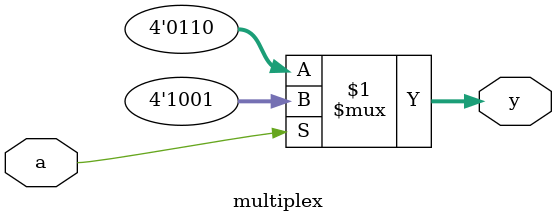
<source format=sv>
module multiplex(input logic        a,
                 output logic [3:0] y);
   /* Hardcode two outputs */
   assign y = a ? 4'b1001 : 4'b0110;
endmodule // multiplex

</source>
